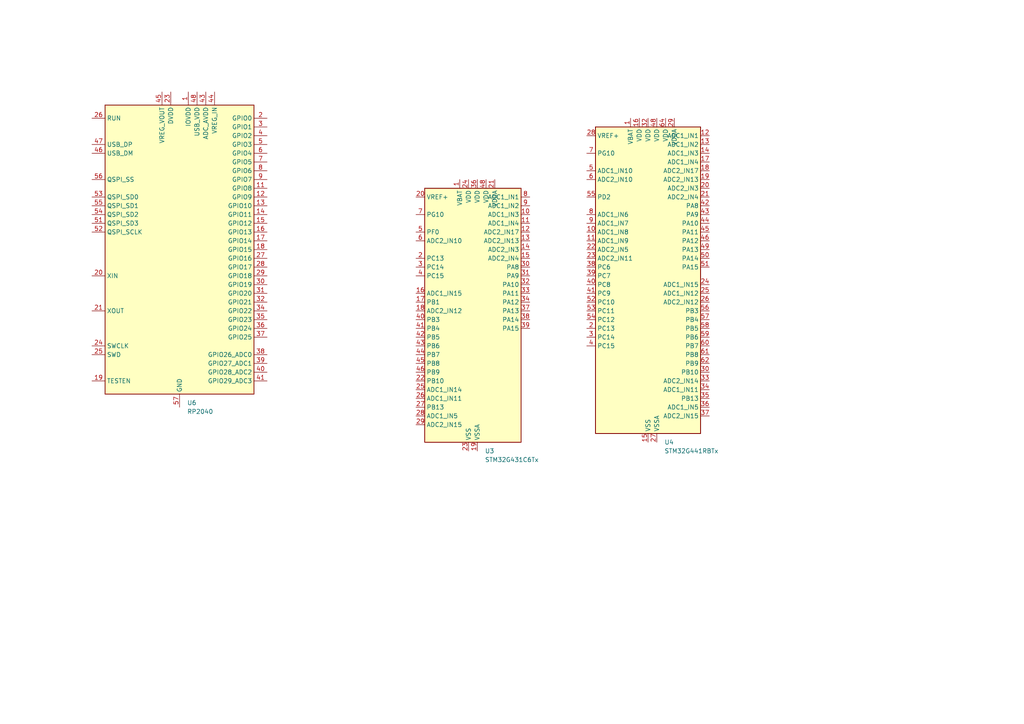
<source format=kicad_sch>
(kicad_sch (version 20231120) (generator "eeschema") (generator_version "8.0")
  (paper "A4")
  (lib_symbols
    (symbol "MCU_RaspberryPi:RP2040"
      (property "Reference" "U" (at 17.78 45.72 0))
      (property "Value" "RP2040" (at 17.78 43.18 0))
      (symbol "RP2040_0_1"
        (rectangle (start -21.59 41.91) (end 21.59 -41.91) (stroke (width 0.254)) (fill (type background)))
      )
      (symbol "RP2040_1_1"
        (pin power_in line (at 2.54 45.72 270) (length 3.81) (name "IOVDD") (number "1"))
        (pin passive line (at 2.54 45.72 270) (length 3.81) hide (name "IOVDD") (number "10"))
        (pin bidirectional line (at 25.4 17.78 180) (length 3.81) (name "GPIO8") (number "11"))
        (pin bidirectional line (at 25.4 15.24 180) (length 3.81) (name "GPIO9") (number "12"))
        (pin bidirectional line (at 25.4 12.7 180) (length 3.81) (name "GPIO10") (number "13"))
        (pin bidirectional line (at 25.4 10.16 180) (length 3.81) (name "GPIO11") (number "14"))
        (pin bidirectional line (at 25.4 7.62 180) (length 3.81) (name "GPIO12") (number "15"))
        (pin bidirectional line (at 25.4 5.08 180) (length 3.81) (name "GPIO13") (number "16"))
        (pin bidirectional line (at 25.4 2.54 180) (length 3.81) (name "GPIO14") (number "17"))
        (pin bidirectional line (at 25.4 0 180) (length 3.81) (name "GPIO15") (number "18"))
        (pin input line (at -25.4 -38.1 0) (length 3.81) (name "TESTEN") (number "19"))
        (pin bidirectional line (at 25.4 38.1 180) (length 3.81) (name "GPIO0") (number "2"))
        (pin input line (at -25.4 -7.62 0) (length 3.81) (name "XIN") (number "20"))
        (pin passive line (at -25.4 -17.78 0) (length 3.81) (name "XOUT") (number "21"))
        (pin passive line (at 2.54 45.72 270) (length 3.81) hide (name "IOVDD") (number "22"))
        (pin power_in line (at -2.54 45.72 270) (length 3.81) (name "DVDD") (number "23"))
        (pin input line (at -25.4 -27.94 0) (length 3.81) (name "SWCLK") (number "24"))
        (pin bidirectional line (at -25.4 -30.48 0) (length 3.81) (name "SWD") (number "25"))
        (pin input line (at -25.4 38.1 0) (length 3.81) (name "RUN") (number "26"))
        (pin bidirectional line (at 25.4 -2.54 180) (length 3.81) (name "GPIO16") (number "27"))
        (pin bidirectional line (at 25.4 -5.08 180) (length 3.81) (name "GPIO17") (number "28"))
        (pin bidirectional line (at 25.4 -7.62 180) (length 3.81) (name "GPIO18") (number "29"))
        (pin bidirectional line (at 25.4 35.56 180) (length 3.81) (name "GPIO1") (number "3"))
        (pin bidirectional line (at 25.4 -10.16 180) (length 3.81) (name "GPIO19") (number "30"))
        (pin bidirectional line (at 25.4 -12.7 180) (length 3.81) (name "GPIO20") (number "31"))
        (pin bidirectional line (at 25.4 -15.24 180) (length 3.81) (name "GPIO21") (number "32"))
        (pin passive line (at 2.54 45.72 270) (length 3.81) hide (name "IOVDD") (number "33"))
        (pin bidirectional line (at 25.4 -17.78 180) (length 3.81) (name "GPIO22") (number "34"))
        (pin bidirectional line (at 25.4 -20.32 180) (length 3.81) (name "GPIO23") (number "35"))
        (pin bidirectional line (at 25.4 -22.86 180) (length 3.81) (name "GPIO24") (number "36"))
        (pin bidirectional line (at 25.4 -25.4 180) (length 3.81) (name "GPIO25") (number "37"))
        (pin bidirectional line (at 25.4 -30.48 180) (length 3.81) (name "GPIO26_ADC0") (number "38"))
        (pin bidirectional line (at 25.4 -33.02 180) (length 3.81) (name "GPIO27_ADC1") (number "39"))
        (pin bidirectional line (at 25.4 33.02 180) (length 3.81) (name "GPIO2") (number "4"))
        (pin bidirectional line (at 25.4 -35.56 180) (length 3.81) (name "GPIO28_ADC2") (number "40"))
        (pin bidirectional line (at 25.4 -38.1 180) (length 3.81) (name "GPIO29_ADC3") (number "41"))
        (pin passive line (at 2.54 45.72 270) (length 3.81) hide (name "IOVDD") (number "42"))
        (pin power_in line (at 7.62 45.72 270) (length 3.81) (name "ADC_AVDD") (number "43"))
        (pin power_in line (at 10.16 45.72 270) (length 3.81) (name "VREG_IN") (number "44"))
        (pin power_out line (at -5.08 45.72 270) (length 3.81) (name "VREG_VOUT") (number "45"))
        (pin bidirectional line (at -25.4 27.94 0) (length 3.81) (name "USB_DM") (number "46"))
        (pin bidirectional line (at -25.4 30.48 0) (length 3.81) (name "USB_DP") (number "47"))
        (pin power_in line (at 5.08 45.72 270) (length 3.81) (name "USB_VDD") (number "48"))
        (pin passive line (at 2.54 45.72 270) (length 3.81) hide (name "IOVDD") (number "49"))
        (pin bidirectional line (at 25.4 30.48 180) (length 3.81) (name "GPIO3") (number "5"))
        (pin passive line (at -2.54 45.72 270) (length 3.81) hide (name "DVDD") (number "50"))
        (pin bidirectional line (at -25.4 7.62 0) (length 3.81) (name "QSPI_SD3") (number "51"))
        (pin output line (at -25.4 5.08 0) (length 3.81) (name "QSPI_SCLK") (number "52"))
        (pin bidirectional line (at -25.4 15.24 0) (length 3.81) (name "QSPI_SD0") (number "53"))
        (pin bidirectional line (at -25.4 10.16 0) (length 3.81) (name "QSPI_SD2") (number "54"))
        (pin bidirectional line (at -25.4 12.7 0) (length 3.81) (name "QSPI_SD1") (number "55"))
        (pin bidirectional line (at -25.4 20.32 0) (length 3.81) (name "QSPI_SS") (number "56"))
        (pin power_in line (at 0 -45.72 90) (length 3.81) (name "GND") (number "57"))
        (pin bidirectional line (at 25.4 27.94 180) (length 3.81) (name "GPIO4") (number "6"))
        (pin bidirectional line (at 25.4 25.4 180) (length 3.81) (name "GPIO5") (number "7"))
        (pin bidirectional line (at 25.4 22.86 180) (length 3.81) (name "GPIO6") (number "8"))
        (pin bidirectional line (at 25.4 20.32 180) (length 3.81) (name "GPIO7") (number "9"))
      )
    )
    (symbol "MCU_ST_STM32G4:STM32G431C6Tx"
      (property "Reference" "U" (at -12.7 39.37 0))
      (property "Value" "STM32G431C6Tx" (at 10.16 39.37 0))
      (symbol "STM32G431C6Tx_0_1"
        (rectangle (start -12.7 -35.56) (end 15.24 38.1) (stroke (width 0.254)) (fill (type background)))
      )
      (symbol "STM32G431C6Tx_1_1"
        (pin power_in line (at -2.54 40.64 270) (length 2.54) (name "VBAT") (number "1"))
        (pin bidirectional line (at 17.78 30.48 180) (length 2.54) (name "PA2") (number "10") (alternate "ADC1_IN3" bidirectional line))
        (pin bidirectional line (at 17.78 27.94 180) (length 2.54) (name "PA3") (number "11") (alternate "ADC1_IN4" bidirectional line))
        (pin bidirectional line (at 17.78 25.4 180) (length 2.54) (name "PA4") (number "12") (alternate "ADC2_IN17" bidirectional line))
        (pin bidirectional line (at 17.78 22.86 180) (length 2.54) (name "PA5") (number "13") (alternate "ADC2_IN13" bidirectional line))
        (pin bidirectional line (at 17.78 20.32 180) (length 2.54) (name "PA6") (number "14") (alternate "ADC2_IN3" bidirectional line))
        (pin bidirectional line (at 17.78 17.78 180) (length 2.54) (name "PA7") (number "15") (alternate "ADC2_IN4" bidirectional line))
        (pin bidirectional line (at -15.24 7.62 0) (length 2.54) (name "PB0") (number "16") (alternate "ADC1_IN15" bidirectional line))
        (pin bidirectional line (at -15.24 5.08 0) (length 2.54) (name "PB1") (number "17") (alternate "ADC1_IN12" bidirectional line))
        (pin bidirectional line (at -15.24 2.54 0) (length 2.54) (name "PB2") (number "18") (alternate "ADC2_IN12" bidirectional line))
        (pin power_in line (at 2.54 -38.1 90) (length 2.54) (name "VSSA") (number "19"))
        (pin bidirectional line (at -15.24 17.78 0) (length 2.54) (name "PC13") (number "2"))
        (pin input line (at -15.24 35.56 0) (length 2.54) (name "VREF+") (number "20"))
        (pin power_in line (at 7.62 40.64 270) (length 2.54) (name "VDDA") (number "21"))
        (pin bidirectional line (at -15.24 -17.78 0) (length 2.54) (name "PB10") (number "22"))
        (pin power_in line (at 0 -38.1 90) (length 2.54) (name "VSS") (number "23"))
        (pin power_in line (at 0 40.64 270) (length 2.54) (name "VDD") (number "24"))
        (pin bidirectional line (at -15.24 -20.32 0) (length 2.54) (name "PB11") (number "25") (alternate "ADC1_IN14" bidirectional line) (alternate "ADC2_IN14" bidirectional line))
        (pin bidirectional line (at -15.24 -22.86 0) (length 2.54) (name "PB12") (number "26") (alternate "ADC1_IN11" bidirectional line))
        (pin bidirectional line (at -15.24 -25.4 0) (length 2.54) (name "PB13") (number "27"))
        (pin bidirectional line (at -15.24 -27.94 0) (length 2.54) (name "PB14") (number "28") (alternate "ADC1_IN5" bidirectional line))
        (pin bidirectional line (at -15.24 -30.48 0) (length 2.54) (name "PB15") (number "29") (alternate "ADC2_IN15" bidirectional line))
        (pin bidirectional line (at -15.24 15.24 0) (length 2.54) (name "PC14") (number "3"))
        (pin bidirectional line (at 17.78 15.24 180) (length 2.54) (name "PA8") (number "30"))
        (pin bidirectional line (at 17.78 12.7 180) (length 2.54) (name "PA9") (number "31"))
        (pin bidirectional line (at 17.78 10.16 180) (length 2.54) (name "PA10") (number "32"))
        (pin bidirectional line (at 17.78 7.62 180) (length 2.54) (name "PA11") (number "33"))
        (pin bidirectional line (at 17.78 5.08 180) (length 2.54) (name "PA12") (number "34"))
        (pin passive line (at 0 -38.1 90) (length 2.54) hide (name "VSS") (number "35"))
        (pin power_in line (at 2.54 40.64 270) (length 2.54) (name "VDD") (number "36"))
        (pin bidirectional line (at 17.78 2.54 180) (length 2.54) (name "PA13") (number "37"))
        (pin bidirectional line (at 17.78 0 180) (length 2.54) (name "PA14") (number "38"))
        (pin bidirectional line (at 17.78 -2.54 180) (length 2.54) (name "PA15") (number "39"))
        (pin bidirectional line (at -15.24 12.7 0) (length 2.54) (name "PC15") (number "4"))
        (pin bidirectional line (at -15.24 0 0) (length 2.54) (name "PB3") (number "40"))
        (pin bidirectional line (at -15.24 -2.54 0) (length 2.54) (name "PB4") (number "41"))
        (pin bidirectional line (at -15.24 -5.08 0) (length 2.54) (name "PB5") (number "42"))
        (pin bidirectional line (at -15.24 -7.62 0) (length 2.54) (name "PB6") (number "43"))
        (pin bidirectional line (at -15.24 -10.16 0) (length 2.54) (name "PB7") (number "44"))
        (pin bidirectional line (at -15.24 -12.7 0) (length 2.54) (name "PB8") (number "45"))
        (pin bidirectional line (at -15.24 -15.24 0) (length 2.54) (name "PB9") (number "46"))
        (pin passive line (at 0 -38.1 90) (length 2.54) hide (name "VSS") (number "47"))
        (pin power_in line (at 5.08 40.64 270) (length 2.54) (name "VDD") (number "48"))
        (pin bidirectional line (at -15.24 25.4 0) (length 2.54) (name "PF0") (number "5") (alternate "ADC1_IN10" bidirectional line) (alternate "" input line))
        (pin bidirectional line (at -15.24 22.86 0) (length 2.54) (name "PF1") (number "6") (alternate "ADC2_IN10" bidirectional line))
        (pin bidirectional line (at -15.24 30.48 0) (length 2.54) (name "PG10") (number "7"))
        (pin bidirectional line (at 17.78 35.56 180) (length 2.54) (name "PA0") (number "8") (alternate "ADC1_IN1" bidirectional line))
        (pin bidirectional line (at 17.78 33.02 180) (length 2.54) (name "PA1") (number "9") (alternate "ADC1_IN2" bidirectional line))
      )
    )
    (symbol "MCU_ST_STM32G4:STM32G441RBTx"
      (property "Reference" "U" (at -15.24 46.99 0))
      (property "Value" "STM32G441RBTx" (at 10.16 46.99 0))
      (symbol "STM32G441RBTx_0_1"
        (rectangle (start -15.24 -43.18) (end 15.24 45.72) (stroke (width 0.254)) (fill (type background)))
      )
      (symbol "STM32G441RBTx_1_1"
        (pin power_in line (at -5.08 48.26 270) (length 2.54) (name "VBAT") (number "1"))
        (pin bidirectional line (at -17.78 15.24 0) (length 2.54) (name "PC2") (number "10") (alternate "ADC1_IN8" bidirectional line))
        (pin bidirectional line (at -17.78 12.7 0) (length 2.54) (name "PC3") (number "11") (alternate "ADC1_IN9" bidirectional line))
        (pin bidirectional line (at 17.78 43.18 180) (length 2.54) (name "PA0") (number "12") (alternate "ADC1_IN1" bidirectional line))
        (pin bidirectional line (at 17.78 40.64 180) (length 2.54) (name "PA1") (number "13") (alternate "ADC1_IN2" bidirectional line))
        (pin bidirectional line (at 17.78 38.1 180) (length 2.54) (name "PA2") (number "14") (alternate "ADC1_IN3" bidirectional line))
        (pin power_in line (at 0 -45.72 90) (length 2.54) (name "VSS") (number "15"))
        (pin power_in line (at -2.54 48.26 270) (length 2.54) (name "VDD") (number "16"))
        (pin bidirectional line (at 17.78 35.56 180) (length 2.54) (name "PA3") (number "17") (alternate "ADC1_IN4" bidirectional line))
        (pin bidirectional line (at 17.78 33.02 180) (length 2.54) (name "PA4") (number "18") (alternate "ADC2_IN17" bidirectional line))
        (pin bidirectional line (at 17.78 30.48 180) (length 2.54) (name "PA5") (number "19") (alternate "ADC2_IN13" bidirectional line))
        (pin bidirectional line (at -17.78 -12.7 0) (length 2.54) (name "PC13") (number "2"))
        (pin bidirectional line (at 17.78 27.94 180) (length 2.54) (name "PA6") (number "20") (alternate "ADC2_IN3" bidirectional line))
        (pin bidirectional line (at 17.78 25.4 180) (length 2.54) (name "PA7") (number "21") (alternate "ADC2_IN4" bidirectional line))
        (pin bidirectional line (at -17.78 10.16 0) (length 2.54) (name "PC4") (number "22") (alternate "ADC2_IN5" bidirectional line))
        (pin bidirectional line (at -17.78 7.62 0) (length 2.54) (name "PC5") (number "23") (alternate "ADC2_IN11" bidirectional line))
        (pin bidirectional line (at 17.78 0 180) (length 2.54) (name "PB0") (number "24") (alternate "ADC1_IN15" bidirectional line))
        (pin bidirectional line (at 17.78 -2.54 180) (length 2.54) (name "PB1") (number "25") (alternate "ADC1_IN12" bidirectional line))
        (pin bidirectional line (at 17.78 -5.08 180) (length 2.54) (name "PB2") (number "26") (alternate "ADC2_IN12" bidirectional line))
        (pin power_in line (at 2.54 -45.72 90) (length 2.54) (name "VSSA") (number "27"))
        (pin input line (at -17.78 43.18 0) (length 2.54) (name "VREF+") (number "28"))
        (pin power_in line (at 7.62 48.26 270) (length 2.54) (name "VDDA") (number "29"))
        (pin bidirectional line (at -17.78 -15.24 0) (length 2.54) (name "PC14") (number "3"))
        (pin bidirectional line (at 17.78 -25.4 180) (length 2.54) (name "PB10") (number "30"))
        (pin passive line (at 0 -45.72 90) (length 2.54) hide (name "VSS") (number "31"))
        (pin power_in line (at 0 48.26 270) (length 2.54) (name "VDD") (number "32"))
        (pin bidirectional line (at 17.78 -27.94 180) (length 2.54) (name "PB11") (number "33") (alternate "ADC1_IN14" bidirectional line) (alternate "ADC2_IN14" bidirectional line))
        (pin bidirectional line (at 17.78 -30.48 180) (length 2.54) (name "PB12") (number "34") (alternate "ADC1_IN11" bidirectional line))
        (pin bidirectional line (at 17.78 -33.02 180) (length 2.54) (name "PB13") (number "35"))
        (pin bidirectional line (at 17.78 -35.56 180) (length 2.54) (name "PB14") (number "36") (alternate "ADC1_IN5" bidirectional line))
        (pin bidirectional line (at 17.78 -38.1 180) (length 2.54) (name "PB15") (number "37") (alternate "ADC2_IN15" bidirectional line))
        (pin bidirectional line (at -17.78 5.08 0) (length 2.54) (name "PC6") (number "38"))
        (pin bidirectional line (at -17.78 2.54 0) (length 2.54) (name "PC7") (number "39"))
        (pin bidirectional line (at -17.78 -17.78 0) (length 2.54) (name "PC15") (number "4"))
        (pin bidirectional line (at -17.78 0 0) (length 2.54) (name "PC8") (number "40"))
        (pin bidirectional line (at -17.78 -2.54 0) (length 2.54) (name "PC9") (number "41"))
        (pin bidirectional line (at 17.78 22.86 180) (length 2.54) (name "PA8") (number "42"))
        (pin bidirectional line (at 17.78 20.32 180) (length 2.54) (name "PA9") (number "43"))
        (pin bidirectional line (at 17.78 17.78 180) (length 2.54) (name "PA10") (number "44"))
        (pin bidirectional line (at 17.78 15.24 180) (length 2.54) (name "PA11") (number "45"))
        (pin bidirectional line (at 17.78 12.7 180) (length 2.54) (name "PA12") (number "46"))
        (pin passive line (at 0 -45.72 90) (length 2.54) hide (name "VSS") (number "47"))
        (pin power_in line (at 2.54 48.26 270) (length 2.54) (name "VDD") (number "48"))
        (pin bidirectional line (at 17.78 10.16 180) (length 2.54) (name "PA13") (number "49"))
        (pin bidirectional line (at -17.78 33.02 0) (length 2.54) (name "PF0") (number "5") (alternate "ADC1_IN10" bidirectional line))
        (pin bidirectional line (at 17.78 7.62 180) (length 2.54) (name "PA14") (number "50"))
        (pin bidirectional line (at 17.78 5.08 180) (length 2.54) (name "PA15") (number "51"))
        (pin bidirectional line (at -17.78 -5.08 0) (length 2.54) (name "PC10") (number "52"))
        (pin bidirectional line (at -17.78 -7.62 0) (length 2.54) (name "PC11") (number "53"))
        (pin bidirectional line (at -17.78 -10.16 0) (length 2.54) (name "PC12") (number "54"))
        (pin bidirectional line (at -17.78 25.4 0) (length 2.54) (name "PD2") (number "55"))
        (pin bidirectional line (at 17.78 -7.62 180) (length 2.54) (name "PB3") (number "56"))
        (pin bidirectional line (at 17.78 -10.16 180) (length 2.54) (name "PB4") (number "57"))
        (pin bidirectional line (at 17.78 -12.7 180) (length 2.54) (name "PB5") (number "58"))
        (pin bidirectional line (at 17.78 -15.24 180) (length 2.54) (name "PB6") (number "59"))
        (pin bidirectional line (at -17.78 30.48 0) (length 2.54) (name "PF1") (number "6") (alternate "ADC2_IN10" bidirectional line))
        (pin bidirectional line (at 17.78 -17.78 180) (length 2.54) (name "PB7") (number "60"))
        (pin bidirectional line (at 17.78 -20.32 180) (length 2.54) (name "PB8") (number "61"))
        (pin bidirectional line (at 17.78 -22.86 180) (length 2.54) (name "PB9") (number "62"))
        (pin passive line (at 0 -45.72 90) (length 2.54) hide (name "VSS") (number "63"))
        (pin power_in line (at 5.08 48.26 270) (length 2.54) (name "VDD") (number "64"))
        (pin bidirectional line (at -17.78 38.1 0) (length 2.54) (name "PG10") (number "7"))
        (pin bidirectional line (at -17.78 20.32 0) (length 2.54) (name "PC0") (number "8") (alternate "ADC1_IN6" bidirectional line))
        (pin bidirectional line (at -17.78 17.78 0) (length 2.54) (name "PC1") (number "9") (alternate "ADC1_IN7" bidirectional line))
      )
    )
  )
  (symbol (lib_id "MCU_RaspberryPi:RP2040") (at 52.07 72.39 0) (unit 1)
    (property "Reference" "U6" (at 54.2641 116.84 0) (effects (justify left)))
    (property "Value" "RP2040" (at 54.2641 119.38 0) (effects (justify left)))
    (property "Footprint" "Package_DFN_QFN:QFN-56-1EP_7x7mm_P0.4mm_EP3.2x3.2mm" (effects (hide yes)))
    (property "Datasheet" "https://datasheets.raspberrypi.com/rp2040/rp2040-datasheet.pdf" (effects (hide yes)))
    (property "Description" "A microcontroller by Raspberry Pi" (effects (hide yes)))
  )
  (symbol (lib_id "MCU_ST_STM32G4:STM32G441RBTx") (at 187.96 82.55 0) (unit 1)
    (property "Reference" "U4" (at 192.6941 128.27 0) (effects (justify left)))
    (property "Value" "STM32G441RBTx" (at 192.6941 130.81 0) (effects (justify left)))
    (property "Footprint" "Package_QFP:LQFP-64_10x10mm_P0.5mm" (effects (hide yes)))
    (property "Datasheet" "https://www.st.com/resource/en/datasheet/stm32g441rb.pdf" (effects (hide yes)))
    (property "Description" "STMicroelectronics Arm Cortex-M4 MCU, 128KB flash, 32KB RAM, 170 MHz, 1.71-3.6V, 52 GPIO, LQFP64" (effects (hide yes)))
    (pin "17" (alternate "ADC1_IN4"))
    (pin "9" (alternate "ADC1_IN7"))
    (pin "18" (alternate "ADC2_IN17"))
    (pin "20" (alternate "ADC2_IN3"))
    (pin "25" (alternate "ADC1_IN12"))
    (pin "24" (alternate "ADC1_IN15"))
    (pin "6" (alternate "ADC2_IN10"))
    (pin "14" (alternate "ADC1_IN3"))
    (pin "21" (alternate "ADC2_IN4"))
    (pin "26" (alternate "ADC2_IN12"))
    (pin "12" (alternate "ADC1_IN1"))
    (pin "22" (alternate "ADC2_IN5"))
    (pin "19" (alternate "ADC2_IN13"))
    (pin "5" (alternate "ADC1_IN10"))
    (pin "23" (alternate "ADC2_IN11"))
    (pin "11" (alternate "ADC1_IN9"))
    (pin "8" (alternate "ADC1_IN6"))
    (pin "37" (alternate "ADC2_IN15"))
    (pin "36" (alternate "ADC1_IN5"))
    (pin "33" (alternate "ADC2_IN14"))
    (pin "34" (alternate "ADC1_IN11"))
    (pin "13" (alternate "ADC1_IN2"))
    (pin "10" (alternate "ADC1_IN8"))
  )
  (symbol (lib_id "MCU_ST_STM32G4:STM32G431C6Tx") (at 135.89 92.71 0) (unit 1)
    (property "Reference" "U3" (at 140.6241 130.81 0) (effects (justify left)))
    (property "Value" "STM32G431C6Tx" (at 140.6241 133.35 0) (effects (justify left)))
    (property "Footprint" "Package_QFP:LQFP-48_7x7mm_P0.5mm" (effects (hide yes)))
    (property "Datasheet" "https://www.st.com/resource/en/datasheet/stm32g431c6.pdf" (effects (hide yes)))
    (property "Description" "STMicroelectronics Arm Cortex-M4 MCU, 32KB flash, 32KB RAM, 170 MHz, 1.71-3.6V, 38 GPIO, LQFP48" (effects (hide yes)))
    (pin "14" (alternate "ADC2_IN3"))
    (pin "15" (alternate "ADC2_IN4"))
    (pin "25" (alternate "ADC1_IN14"))
    (pin "8" (alternate "ADC1_IN1"))
    (pin "28" (alternate "ADC1_IN5"))
    (pin "26" (alternate "ADC1_IN11"))
    (pin "18" (alternate "ADC2_IN12"))
    (pin "9" (alternate "ADC1_IN2"))
    (pin "29" (alternate "ADC2_IN15"))
    (pin "6" (alternate "ADC2_IN10"))
    (pin "16" (alternate "ADC1_IN15"))
    (pin "11" (alternate "ADC1_IN4"))
    (pin "10" (alternate "ADC1_IN3"))
    (pin "13" (alternate "ADC2_IN13"))
    (pin "12" (alternate "ADC2_IN17"))
  )
)
</source>
